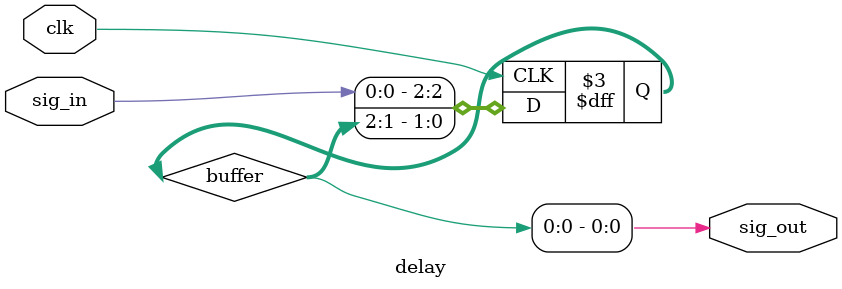
<source format=v>
/*
 * MIT License
 *
 * Copyright (c) 2018 Mario Rubio
 *
 * Permission is hereby granted, free of charge, to any person obtaining a copy
 * of this software and associated documentation files (the 'Software'), to deal
 * in the Software without restriction, including without limitation the rights
 * to use, copy, modify, merge, publish, distribute, sublicense, and/or sell
 * copies of the Software, and to permit persons to whom the Software is
 * furnished to do so, subject to the following conditions:
 *
 * The above copyright notice and this permission notice shall be included in all
 * copies or substantial portions of the Software.
 *
 * THE SOFTWARE IS PROVIDED 'AS IS', WITHOUT WARRANTY OF ANY KIND, EXPRESS OR
 * IMPLIED, INCLUDING BUT NOT LIMITED TO THE WARRANTIES OF MERCHANTABILITY,
 * FITNESS FOR A PARTICULAR PURPOSE AND NONINFRINGEMENT. IN NO EVENT SHALL THE
 * AUTHORS OR COPYRIGHT HOLDERS BE LIABLE FOR ANY CLAIM, DAMAGES OR OTHER
 * LIABILITY, WHETHER IN AN ACTION OF CONTRACT, TORT OR OTHERWISE, ARISING FROM,
 * OUT OF OR IN CONNECTION WITH THE SOFTWARE OR THE USE OR OTHER DEALINGS IN THE
 * SOFTWARE.
 */

/*
 * Revision History:
 *     Initial: 2018/05/27      Mario Rubio
 */

module delay #(parameter DELAY_VAL = 2) // Number of delay steps
              (input  wire clk,         // Reference clock
               input  wire sig_in,      // Input signal
               output wire sig_out);    // Delayed signal

    /// Delay controller
    reg [DELAY_VAL-1+1:0]buffer = {DELAY_VAL+1{1'b0}};
    always @(posedge clk) begin
        buffer <= {sig_in, buffer[DELAY_VAL-1+1:1]};
    end
    assign sig_out = buffer[0];
    /// End of Delay controller

endmodule
</source>
